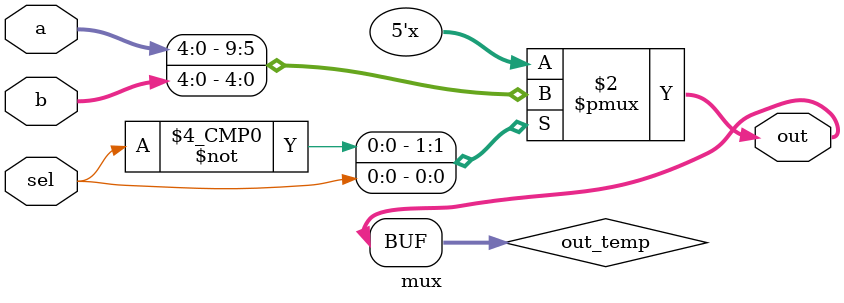
<source format=v>
module mux( 
input [4:0] a, b,
input sel,
output [4:0] out );
// When sel=0, assign a to out. 
// When sel=1, assign b to out.
reg [4:0] out_temp;
always @(sel)
case(sel)
0 : out_temp <= a;
1 : out_temp <= b;
endcase
assign out = out_temp;
endmodule

</source>
